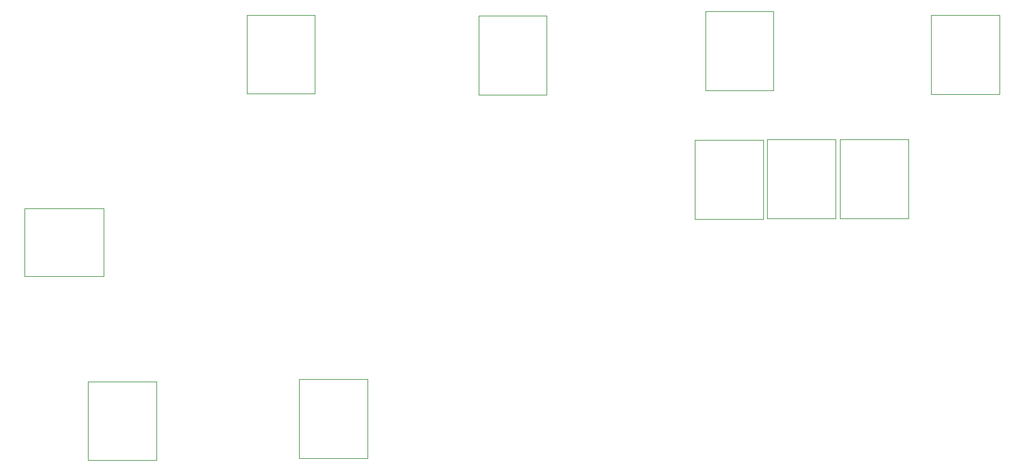
<source format=gbr>
%TF.GenerationSoftware,Novarm,DipTrace,3.3.1.1*%
%TF.CreationDate,2019-12-29T15:55:56+07:00*%
%FSLAX35Y35*%
%MOMM*%
%TF.FileFunction,Drawing,Top*%
%TF.Part,Single*%
%ADD54C,0.1*%
G75*
G01*
%LPD*%
X21131050Y9303257D2*
D54*
X22051050D1*
Y8240157D1*
X21131050D1*
Y9303257D1*
X13159563Y8384047D2*
Y7464047D1*
X12096463D1*
Y8384047D1*
X13159563D1*
X13869150Y4981537D2*
X12949150D1*
Y6044637D1*
X13869150D1*
Y4981537D1*
X16712423Y5015087D2*
X15792423D1*
Y6078187D1*
X16712423D1*
Y5015087D1*
X22103920Y9311783D2*
X23023920D1*
Y8248683D1*
X22103920D1*
Y9311783D1*
X23086927Y9311753D2*
X24006927D1*
Y8248653D1*
X23086927D1*
Y9311753D1*
X16006323Y9926607D2*
X15086323D1*
Y10989707D1*
X16006323D1*
Y9926607D1*
X19131723Y9916010D2*
X18211723D1*
Y10979110D1*
X19131723D1*
Y9916010D1*
X25231803Y9922610D2*
X24311803D1*
Y10985710D1*
X25231803D1*
Y9922610D1*
X22188207Y9973193D2*
X21268207D1*
Y11036293D1*
X22188207D1*
Y9973193D1*
M02*

</source>
